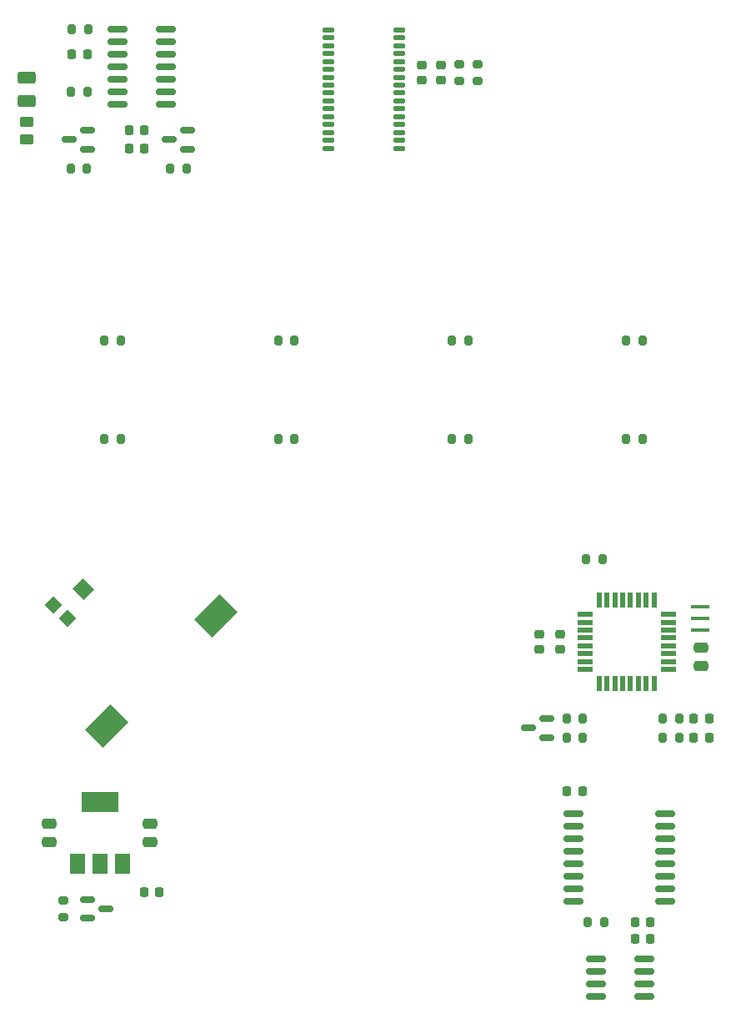
<source format=gbr>
%TF.GenerationSoftware,KiCad,Pcbnew,(6.0.10)*%
%TF.CreationDate,2022-12-25T17:32:20-06:00*%
%TF.ProjectId,fluke_87v_clock_v1,666c756b-655f-4383-9776-5f636c6f636b,rev?*%
%TF.SameCoordinates,Original*%
%TF.FileFunction,Paste,Top*%
%TF.FilePolarity,Positive*%
%FSLAX46Y46*%
G04 Gerber Fmt 4.6, Leading zero omitted, Abs format (unit mm)*
G04 Created by KiCad (PCBNEW (6.0.10)) date 2022-12-25 17:32:20*
%MOMM*%
%LPD*%
G01*
G04 APERTURE LIST*
G04 Aperture macros list*
%AMRoundRect*
0 Rectangle with rounded corners*
0 $1 Rounding radius*
0 $2 $3 $4 $5 $6 $7 $8 $9 X,Y pos of 4 corners*
0 Add a 4 corners polygon primitive as box body*
4,1,4,$2,$3,$4,$5,$6,$7,$8,$9,$2,$3,0*
0 Add four circle primitives for the rounded corners*
1,1,$1+$1,$2,$3*
1,1,$1+$1,$4,$5*
1,1,$1+$1,$6,$7*
1,1,$1+$1,$8,$9*
0 Add four rect primitives between the rounded corners*
20,1,$1+$1,$2,$3,$4,$5,0*
20,1,$1+$1,$4,$5,$6,$7,0*
20,1,$1+$1,$6,$7,$8,$9,0*
20,1,$1+$1,$8,$9,$2,$3,0*%
%AMRotRect*
0 Rectangle, with rotation*
0 The origin of the aperture is its center*
0 $1 length*
0 $2 width*
0 $3 Rotation angle, in degrees counterclockwise*
0 Add horizontal line*
21,1,$1,$2,0,0,$3*%
G04 Aperture macros list end*
%ADD10RoundRect,0.225000X-0.225000X-0.250000X0.225000X-0.250000X0.225000X0.250000X-0.225000X0.250000X0*%
%ADD11RoundRect,0.150000X-0.587500X-0.150000X0.587500X-0.150000X0.587500X0.150000X-0.587500X0.150000X0*%
%ADD12RoundRect,0.200000X0.200000X0.275000X-0.200000X0.275000X-0.200000X-0.275000X0.200000X-0.275000X0*%
%ADD13RoundRect,0.150000X0.587500X0.150000X-0.587500X0.150000X-0.587500X-0.150000X0.587500X-0.150000X0*%
%ADD14RoundRect,0.250000X0.475000X-0.250000X0.475000X0.250000X-0.475000X0.250000X-0.475000X-0.250000X0*%
%ADD15RoundRect,0.250000X-0.475000X0.250000X-0.475000X-0.250000X0.475000X-0.250000X0.475000X0.250000X0*%
%ADD16RoundRect,0.218750X0.218750X0.256250X-0.218750X0.256250X-0.218750X-0.256250X0.218750X-0.256250X0*%
%ADD17RoundRect,0.225000X0.250000X-0.225000X0.250000X0.225000X-0.250000X0.225000X-0.250000X-0.225000X0*%
%ADD18RoundRect,0.200000X-0.200000X-0.275000X0.200000X-0.275000X0.200000X0.275000X-0.200000X0.275000X0*%
%ADD19RoundRect,0.200000X0.275000X-0.200000X0.275000X0.200000X-0.275000X0.200000X-0.275000X-0.200000X0*%
%ADD20R,1.600000X0.550000*%
%ADD21R,0.550000X1.600000*%
%ADD22RoundRect,0.150000X-0.875000X-0.150000X0.875000X-0.150000X0.875000X0.150000X-0.875000X0.150000X0*%
%ADD23RoundRect,0.225000X0.225000X0.250000X-0.225000X0.250000X-0.225000X-0.250000X0.225000X-0.250000X0*%
%ADD24RotRect,3.600000X2.600000X225.000000*%
%ADD25RoundRect,0.200000X0.700000X-0.400000X0.700000X0.400000X-0.700000X0.400000X-0.700000X-0.400000X0*%
%ADD26RotRect,1.200000X1.200000X45.000000*%
%ADD27RotRect,1.500000X1.600000X45.000000*%
%ADD28RoundRect,0.150000X-0.825000X-0.150000X0.825000X-0.150000X0.825000X0.150000X-0.825000X0.150000X0*%
%ADD29RoundRect,0.225000X-0.250000X0.225000X-0.250000X-0.225000X0.250000X-0.225000X0.250000X0.225000X0*%
%ADD30RoundRect,0.125000X-0.475000X0.125000X-0.475000X-0.125000X0.475000X-0.125000X0.475000X0.125000X0*%
%ADD31R,1.500000X2.000000*%
%ADD32R,3.800000X2.000000*%
%ADD33R,1.900000X0.400000*%
%ADD34RoundRect,0.250000X-0.450000X0.262500X-0.450000X-0.262500X0.450000X-0.262500X0.450000X0.262500X0*%
%ADD35RoundRect,0.150000X0.825000X0.150000X-0.825000X0.150000X-0.825000X-0.150000X0.825000X-0.150000X0*%
G04 APERTURE END LIST*
D10*
%TO.C,C13*%
X126580600Y-151253200D03*
X128130600Y-151253200D03*
%TD*%
D11*
%TO.C,Q1*%
X71000000Y-147199800D03*
X71000000Y-149099800D03*
X72875000Y-148149800D03*
%TD*%
D10*
%TO.C,C8*%
X75171000Y-69168000D03*
X76721000Y-69168000D03*
%TD*%
D12*
%TO.C,R22*%
X123456200Y-149555200D03*
X121806200Y-149555200D03*
%TD*%
D13*
%TO.C,D3*%
X117625100Y-130773200D03*
X117625100Y-128873200D03*
X115750100Y-129823200D03*
%TD*%
D14*
%TO.C,C2*%
X77309600Y-141390400D03*
X77309600Y-139490400D03*
%TD*%
D15*
%TO.C,C6*%
X133248400Y-121659600D03*
X133248400Y-123559600D03*
%TD*%
D16*
%TO.C,D1*%
X132562500Y-130788400D03*
X134137500Y-130788400D03*
%TD*%
D10*
%TO.C,C1*%
X76725000Y-146500000D03*
X78275000Y-146500000D03*
%TD*%
D17*
%TO.C,C4*%
X104952800Y-64101000D03*
X104952800Y-62551000D03*
%TD*%
D18*
%TO.C,R4*%
X109658332Y-90500000D03*
X108008332Y-90500000D03*
%TD*%
D12*
%TO.C,R12*%
X71030600Y-58900000D03*
X69380600Y-58900000D03*
%TD*%
D10*
%TO.C,C9*%
X75171000Y-71047600D03*
X76721000Y-71047600D03*
%TD*%
D19*
%TO.C,R7*%
X110591600Y-64151000D03*
X110591600Y-62501000D03*
%TD*%
D18*
%TO.C,R11*%
X127325000Y-100500000D03*
X125675000Y-100500000D03*
%TD*%
D20*
%TO.C,U4*%
X129980000Y-123885600D03*
X129980000Y-123085600D03*
X129980000Y-122285600D03*
X129980000Y-121485600D03*
X129980000Y-120685600D03*
X129980000Y-119885600D03*
X129980000Y-119085600D03*
X129980000Y-118285600D03*
D21*
X128530000Y-116835600D03*
X127730000Y-116835600D03*
X126930000Y-116835600D03*
X126130000Y-116835600D03*
X125330000Y-116835600D03*
X124530000Y-116835600D03*
X123730000Y-116835600D03*
X122930000Y-116835600D03*
D20*
X121480000Y-118285600D03*
X121480000Y-119085600D03*
X121480000Y-119885600D03*
X121480000Y-120685600D03*
X121480000Y-121485600D03*
X121480000Y-122285600D03*
X121480000Y-123085600D03*
X121480000Y-123885600D03*
D21*
X122930000Y-125335600D03*
X123730000Y-125335600D03*
X124530000Y-125335600D03*
X125330000Y-125335600D03*
X126130000Y-125335600D03*
X126930000Y-125335600D03*
X127730000Y-125335600D03*
X128530000Y-125335600D03*
%TD*%
D18*
%TO.C,R18*%
X79388200Y-73028800D03*
X81038200Y-73028800D03*
%TD*%
D22*
%TO.C,U6*%
X120350000Y-138555000D03*
X120350000Y-139825000D03*
X120350000Y-141095000D03*
X120350000Y-142365000D03*
X120350000Y-143635000D03*
X120350000Y-144905000D03*
X120350000Y-146175000D03*
X120350000Y-147445000D03*
X129650000Y-147445000D03*
X129650000Y-146175000D03*
X129650000Y-144905000D03*
X129650000Y-143635000D03*
X129650000Y-142365000D03*
X129650000Y-141095000D03*
X129650000Y-139825000D03*
X129650000Y-138555000D03*
%TD*%
D13*
%TO.C,Q2*%
X81150700Y-71083200D03*
X81150700Y-69183200D03*
X79275700Y-70133200D03*
%TD*%
D18*
%TO.C,R9*%
X91991666Y-100500000D03*
X90341666Y-100500000D03*
%TD*%
D13*
%TO.C,Q3*%
X70978500Y-71083200D03*
X70978500Y-69183200D03*
X69103500Y-70133200D03*
%TD*%
D23*
%TO.C,C7*%
X70929800Y-61440000D03*
X69379800Y-61440000D03*
%TD*%
D24*
%TO.C,BT1*%
X72878501Y-129621499D03*
X84050788Y-118449212D03*
%TD*%
D25*
%TO.C,D4*%
X64750000Y-66200000D03*
X64750000Y-63800000D03*
%TD*%
D17*
%TO.C,C5*%
X106832400Y-64101000D03*
X106832400Y-62551000D03*
%TD*%
D26*
%TO.C,RV1*%
X67520101Y-117315685D03*
D27*
X70525305Y-115724695D03*
D26*
X68934315Y-118729899D03*
%TD*%
D28*
%TO.C,U5*%
X122594600Y-153267400D03*
X122594600Y-154537400D03*
X122594600Y-155807400D03*
X122594600Y-157077400D03*
X127544600Y-157077400D03*
X127544600Y-155807400D03*
X127544600Y-154537400D03*
X127544600Y-153267400D03*
%TD*%
D29*
%TO.C,C12*%
X116840000Y-120310600D03*
X116840000Y-121860600D03*
%TD*%
D16*
%TO.C,D2*%
X132562500Y-128858000D03*
X134137500Y-128858000D03*
%TD*%
D15*
%TO.C,C3*%
X67098800Y-139490400D03*
X67098800Y-141390400D03*
%TD*%
D19*
%TO.C,R8*%
X108712000Y-64151000D03*
X108712000Y-62501000D03*
%TD*%
D30*
%TO.C,U2*%
X95400000Y-59000000D03*
X95400000Y-59800000D03*
X95400000Y-60600000D03*
X95400000Y-61400000D03*
X95400000Y-62200000D03*
X95400000Y-63000000D03*
X95400000Y-63800000D03*
X95400000Y-64600000D03*
X95400000Y-65400000D03*
X95400000Y-66200000D03*
X95400000Y-67000000D03*
X95400000Y-67800000D03*
X95400000Y-68600000D03*
X95400000Y-69400000D03*
X95400000Y-70200000D03*
X95400000Y-71000000D03*
X102600000Y-71000000D03*
X102600000Y-70200000D03*
X102600000Y-69400000D03*
X102600000Y-68600000D03*
X102600000Y-67800000D03*
X102600000Y-67000000D03*
X102600000Y-66200000D03*
X102600000Y-65400000D03*
X102600000Y-64600000D03*
X102600000Y-63800000D03*
X102600000Y-63000000D03*
X102600000Y-62200000D03*
X102600000Y-61400000D03*
X102600000Y-60600000D03*
X102600000Y-59800000D03*
X102600000Y-59000000D03*
%TD*%
D18*
%TO.C,R10*%
X109658332Y-100500000D03*
X108008332Y-100500000D03*
%TD*%
D29*
%TO.C,C10*%
X118973600Y-120310600D03*
X118973600Y-121860600D03*
%TD*%
D18*
%TO.C,R13*%
X69279000Y-65250000D03*
X70929000Y-65250000D03*
%TD*%
D12*
%TO.C,R15*%
X121271800Y-130788400D03*
X119621800Y-130788400D03*
%TD*%
D18*
%TO.C,R5*%
X127325000Y-90500000D03*
X125675000Y-90500000D03*
%TD*%
%TO.C,R14*%
X131072200Y-130788400D03*
X129422200Y-130788400D03*
%TD*%
D12*
%TO.C,R19*%
X123253000Y-112703600D03*
X121603000Y-112703600D03*
%TD*%
D31*
%TO.C,U1*%
X69929600Y-143590400D03*
X72229600Y-143590400D03*
D32*
X72229600Y-137290400D03*
D31*
X74529600Y-143590400D03*
%TD*%
D18*
%TO.C,R6*%
X74325000Y-100500000D03*
X72675000Y-100500000D03*
%TD*%
%TO.C,R16*%
X119621800Y-128858000D03*
X121271800Y-128858000D03*
%TD*%
D33*
%TO.C,Y1*%
X133230000Y-117485600D03*
X133230000Y-118685600D03*
X133230000Y-119885600D03*
%TD*%
D23*
%TO.C,C11*%
X126580600Y-149555200D03*
X128130600Y-149555200D03*
%TD*%
D19*
%TO.C,R1*%
X68500000Y-148974800D03*
X68500000Y-147324800D03*
%TD*%
D18*
%TO.C,R21*%
X69266800Y-73028800D03*
X70916800Y-73028800D03*
%TD*%
D34*
%TO.C,R20*%
X64750000Y-68306300D03*
X64750000Y-70131300D03*
%TD*%
D23*
%TO.C,C14*%
X121221800Y-136241600D03*
X119671800Y-136241600D03*
%TD*%
D35*
%TO.C,U3*%
X78961000Y-66520000D03*
X78961000Y-65250000D03*
X78961000Y-63980000D03*
X78961000Y-62710000D03*
X78961000Y-61440000D03*
X78961000Y-60170000D03*
X78961000Y-58900000D03*
X74011000Y-58900000D03*
X74011000Y-60170000D03*
X74011000Y-61440000D03*
X74011000Y-62710000D03*
X74011000Y-63980000D03*
X74011000Y-65250000D03*
X74011000Y-66520000D03*
%TD*%
D18*
%TO.C,R17*%
X129422200Y-128858000D03*
X131072200Y-128858000D03*
%TD*%
%TO.C,R3*%
X91991666Y-90500000D03*
X90341666Y-90500000D03*
%TD*%
%TO.C,R2*%
X74325000Y-90500000D03*
X72675000Y-90500000D03*
%TD*%
M02*

</source>
